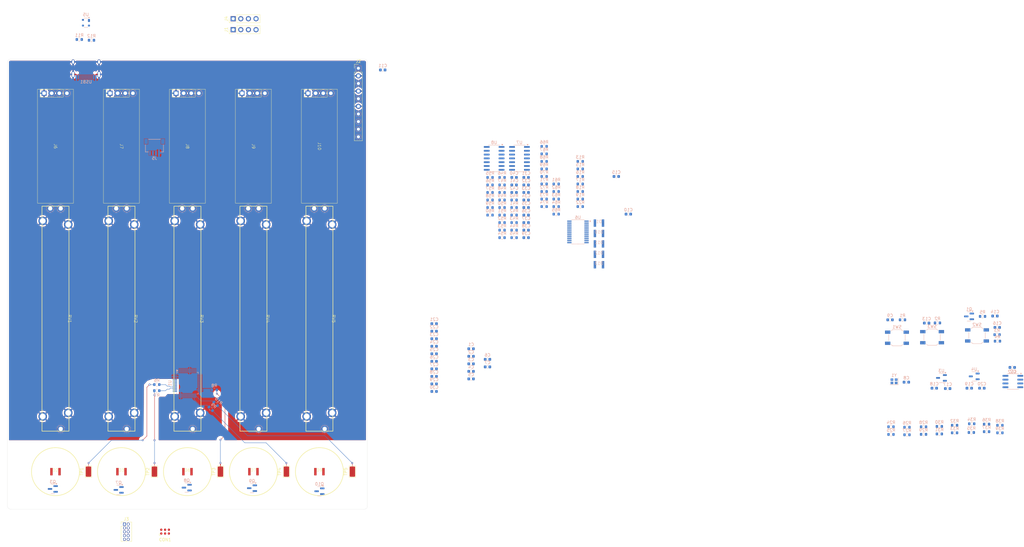
<source format=kicad_pcb>
(kicad_pcb (version 20241229) (generator "pcbnew") (generator_version "9.0")
  (layers (0 "F.Cu" signal) (4 "In1.Cu" signal) (6 "In2.Cu" signal) (2 "B.Cu" signal) (13 "F.Paste" user) (15 "B.Paste" user) (5 "F.SilkS" user "F.Silkscreen") (7 "B.SilkS" user "B.Silkscreen") (1 "F.Mask" user) (3 "B.Mask" user) (25 "Edge.Cuts" user))
  (net 0 "")
  (net 1 "+3V3")
  (net 2 "GND")
  (net 3 "Vana")
  (net 4 "PowerOnBP")
  (net 5 "Net-(U1-PB6)")
  (net 6 "DBG BP")
  (net 7 "/BOOT")
  (net 8 "Net-(Q1-G)")
  (net 9 "Net-(U1-PB14)")
  (net 10 "/RESET")
  (net 11 "VBUS")
  (net 12 "Net-(U7A-+)")
  (net 13 "Net-(U8B-+)")
  (net 14 "Net-(U8C-+)")
  (net 15 "Net-(U8D-+)")
  (net 16 "Net-(U7C-+)")
  (net 17 "/SWCLK")
  (net 19 "/SWDIO")
  (net 20 "Net-(D1-A)")
  (net 21 "Net-(D2-A)")
  (net 22 "Net-(D3-A)")
  (net 23 "Net-(D6-A)")
  (net 24 "Net-(D7-A)")
  (net 25 "Net-(D9-A)")
  (net 26 "DBG TX")
  (net 27 "DBG LED")
  (net 28 "DBG RX")
  (net 29 "DBG IO0")
  (net 30 "DBG IO1")
  (net 34 "/SCL")
  (net 35 "/SDA")
  (net 36 "D-")
  (net 37 "D+")
  (net 38 "/SC0")
  (net 39 "/SD0")
  (net 40 "/SC1")
  (net 41 "/SD1")
  (net 42 "/SC2")
  (net 43 "/SD2")
  (net 44 "/SC3")
  (net 45 "/SD3")
  (net 46 "/SC4")
  (net 47 "/SD4")
  (net 48 "Mute3Led")
  (net 49 "Net-(D10-A)")
  (net 50 "Mute1Led")
  (net 51 "Net-(D3-K)")
  (net 52 "Mute0Led")
  (net 53 "Net-(D11-A)")
  (net 54 "Net-(D12-A)")
  (net 55 "Mute2Led")
  (net 56 "Mute4Led")
  (net 57 "Net-(D13-A)")
  (net 58 "SLIDER 0 mute ")
  (net 59 "SLIDER 1 mute ")
  (net 60 "SLIDER 2 mute ")
  (net 61 "SLIDER 3 mute ")
  (net 62 "SLIDER 4 mute ")
  (net 63 "Net-(USB1-CC2)")
  (net 64 "Net-(USB1-CC1)")
  (net 65 "/LED ON")
  (net 66 "Net-(D4-A)")
  (net 67 "/LED CONNECTÉ")
  (net 68 "Net-(D5-A)")
  (net 69 "Net-(D8-A)")
  (net 70 "/LED FAIL")
  (net 71 "/SD5")
  (net 72 "/SC5")
  (net 73 "/SD6")
  (net 74 "/SC6")
  (net 75 "/SD7")
  (net 76 "/SC7")
  (net 77 "Net-(R40-Pad1)")
  (net 78 "Net-(R41-Pad1)")
  (net 79 "Net-(R42-Pad2)")
  (net 80 "Net-(R43-Pad1)")
  (net 81 "Net-(R44-Pad1)")
  (net 82 "Net-(R45-Pad2)")
  (net 83 "Net-(U8A-+)")
  (net 84 "Net-(R48-Pad1)")
  (net 85 "Net-(U7B-+)")
  (net 86 "Net-(R50-Pad1)")
  (net 87 "Net-(R52-Pad2)")
  (net 88 "Net-(U7D-+)")
  (net 89 "Net-(R55-Pad1)")
  (net 90 "Net-(R56-Pad1)")
  (net 91 "Net-(R57-Pad2)")
  (net 92 "Net-(R58-Pad1)")
  (net 93 "Net-(R59-Pad1)")
  (net 94 "Net-(R60-Pad2)")
  (net 95 "/OSC-OUT")
  (net 96 "Slider0")
  (net 97 "Vref digi")
  (net 98 "Slider2")
  (net 99 "Vref USB")
  (net 100 "Vref ana")
  (net 101 "Slider3")
  (net 102 "Slider4")
  (net 103 "Slider1")
  (net 106 "Net-(Q3-G)")
  (net 107 "Net-(D10-K)")
  (net 108 "Net-(Q7-G)")
  (net 109 "Net-(D11-K)")
  (net 110 "Net-(Q8-G)")
  (net 111 "Net-(D12-K)")
  (net 112 "Net-(Q9-G)")
  (net 113 "Net-(D13-K)")
  (net 114 "Net-(Q10-G)")
  (net 115 "Net-(R6-Pad1)")
  (net 116 "Net-(R7-Pad1)")
  (net 117 "Net-(R8-Pad1)")
  (net 118 "Net-(R9-Pad1)")
  (net 119 "Net-(R10-Pad1)")
  (footprint "Connector:Tag-Connect_TC2030-IDC-NL_2x03_P1.27mm_Vertical" (layer "F.Cu") (at 96.54 191)
    (property "Reference" "CON1")
    (property "Value" "TC2030-IDC")
  )
  (footprint "Connector_PinHeader_2.54mm:PinHeader_1x04_P2.54mm_Vertical" (layer "F.Cu") (at 119.2475 19.9875 90)
    (property "Reference" "J4")
    (property "Value" "Conn_01x04_Pin")
  )
  (footprint "TestPoint:TestPoint_Keystone_5015_Micro_Mini" (layer "F.Cu") (at 71 171 90)
    (property "Reference" "TP1")
    (property "Value" "TestPoint_Flag")
  )
  (footprint "A_Please:Screen 0.91 I2C" (layer "F.Cu") (at 104 44.83 -90)
    (property "Reference" "J8")
    (property "Value" "Conn_01x04_Pin")
  )
  (footprint "TestPoint:TestPoint_Keystone_5015_Micro_Mini" (layer "F.Cu") (at 137 171 90)
    (property "Reference" "TP4")
    (property "Value" "TestPoint_Flag")
  )
  (footprint "TestPoint:TestPoint_Keystone_5015_Micro_Mini" (layer "F.Cu") (at 159 171 90)
    (property "Reference" "TP5")
    (property "Value" "TestPoint_Flag")
  )
  (footprint "A_Please:Slider Bourns PTA6043-2015CPB103" (layer "F.Cu") (at 82 120 -90)
    (property "Reference" "RV2")
    (property "Value" "PTA6043-2015CPB103")
  )
  (footprint "A_Please:Slider Bourns PTA6043-2015CPB103" (layer "F.Cu") (at 148 120 -90)
    (property "Reference" "RV5")
    (property "Value" "PTA6043-2015CPB103")
  )
  (footprint "Connector_PinHeader_1.27mm:PinHeader_2x05_P1.27mm_Vertical" (layer "F.Cu") (at 83 188.5)
    (property "Reference" "J3")
    (property "Value" "Conn_01x10_Pin")
  )
  (footprint "A_Please:Screen 0.91 I2C" (layer "F.Cu") (at 148 44.83 -90)
    (property "Reference" "J10")
    (property "Value" "Conn_01x04_Pin")
  )
  (footprint "A_Please:Screen 0.91 I2C" (layer "F.Cu") (at 60 44.83 -90)
    (property "Reference" "J6")
    (property "Value" "Conn_01x04_Pin")
  )
  (footprint "TestPoint:TestPoint_Keystone_5015_Micro_Mini" (layer "F.Cu") (at 115 171 90)
    (property "Reference" "TP3")
    (property "Value" "TestPoint_Flag")
  )
  (footprint "A_Please:LED C516299" (layer "F.Cu") (at 126 171)
    (property "Reference" "D7")
    (property "Value" "LED")
  )
  (footprint "A_Please:Screen 0.91 I2C" (layer "F.Cu") (at 82 44.83 -90)
    (property "Reference" "J7")
    (property "Value" "Conn_01x04_Pin")
  )
  (footprint "A_Please:Slider Bourns PTA6043-2015CPB103" (layer "F.Cu") (at 104 120 -90)
    (property "Reference" "RV3")
    (property "Value" "PTA6043-2015CPB103")
  )
  (footprint "A_Please:Slider Bourns PTA6043-2015CPB103" (layer "F.Cu") (at 60 120 -90)
    (property "Reference" "RV1")
    (property "Value" "PTA6043-2015CPB103")
  )
  (footprint "A_Please:LED C516299" (layer "F.Cu") (at 148 171)
    (property "Reference" "D9")
    (property "Value" "LED")
  )
  (footprint "A_Please:LED C516299" (layer "F.Cu") (at 104 171)
    (property "Reference" "D6")
    (property "Value" "LED")
  )
  (footprint "TestPoint:TestPoint_Keystone_5015_Micro_Mini" (layer "F.Cu") (at 93 171 90)
    (property "Reference" "TP2")
    (property "Value" "TestPoint_Flag")
  )
  (footprint "A_Please:LED C516299" (layer "F.Cu") (at 60 171)
    (property "Reference" "D2")
    (property "Value" "LED")
  )
  (footprint "Connector_PinHeader_2.54mm:PinHeader_1x10_P2.54mm_Vertical" (layer "F.Cu") (at 161 36.5)
    (property "Reference" "J2")
    (property "Value" "Conn_01x10_Pin")
  )
  (footprint "A_Please:Screen 0.91 I2C" (layer "F.Cu") (at 126 44.83 -90)
    (property "Reference" "J9")
    (property "Value" "Conn_01x04_Pin")
  )
  (footprint "A_Please:Slider Bourns PTA6043-2015CPB103" (layer "F.Cu") (at 126 120 -90)
    (property "Reference" "RV4")
    (property "Value" "PTA6043-2015CPB103")
  )
  (footprint "A_Please:LED C516299" (layer "F.Cu") (at 82 171)
    (property "Reference" "D3")
    (property "Value" "LED")
  )
  (footprint "Connector_PinHeader_2.54mm:PinHeader_1x04_P2.54mm_Vertical" (layer "F.Cu") (at 119.2475 23.6375 90)
    (property "Reference" "J1")
    (property "Value" "Conn_01x04_Pin")
  )
  (footprint "Capacitor_SMD:C_0603_1608Metric" (layer "B.Cu") (at 204.046 136.069 180)
    (property "Reference" "C7")
    (property "Value" "1uF")
  )
  (footprint "Resistor_SMD:R_0603_1608Metric" (layer "B.Cu") (at 204.896904 80.435 180)
    (property "Reference" "R58")
    (property "Value" "2K")
  )
  (footprint "Capacitor_SMD:C_0603_1608Metric" (layer "B.Cu") (at 216.926904 92.985 180)
    (property "Reference" "C39")
    (property "Value" "100nF")
  )
  (footprint "Capacitor_SMD:C_0603_1608Metric" (layer "B.Cu") (at 212.916904 75.415 180)
    (property "Reference" "C41")
    (property "Value" "100nF")
  )
  (footprint "A_Please:LED C516299" (layer "B.Cu") (at 241.206904 91.595 180)
    (property "Reference" "D10")
    (property "Value" "LED")
  )
  (footprint "Capacitor_SMD:C_0603_1608Metric" (layer "B.Cu") (at 216.926904 75.415 180)
    (property "Reference" "C32")
    (property "Value" "680nF")
  )
  (footprint "Package_SO:SOIC-8_3.9x4.9mm_P1.27mm" (layer "B.Cu") (at 379.215 140.955 180)
    (property "Reference" "U2")
    (property "Value" "24LC64")
  )
  (footprint "Resistor_SMD:R_0603_1608Metric" (layer "B.Cu") (at 212.916904 82.945 180)
    (property "Reference" "R41")
    (property "Value" "20K")
  )
  (footprint "Capacitor_SMD:C_0603_1608Metric" (layer "B.Cu") (at 216.926904 80.435 180)
    (property "Reference" "C34")
    (property "Value" "100nF")
  )
  (footprint "Resistor_SMD:R_0603_1608Metric" (layer "B.Cu") (at 208.906904 80.435 180)
    (property "Reference" "R49")
    (property "Value" "10k")
  )
  (footprint "Resistor_SMD:R_0603_1608Metric" (layer "B.Cu") (at 204.896904 75.415 180)
    (property "Reference" "R56")
    (property "Value" "20K")
  )
  (footprint "Resistor_SMD:R_0603_1608Metric" (layer "B.Cu") (at 111.766363 150.047363 135)
    (property "Reference" "R9")
    (property "Value" "10k")
  )
  (footprint "Resistor_SMD:R_0603_1608Metric" (layer "B.Cu") (at 93.784 141.971)
    (property "Reference" "R6")
    (property "Value" "10k")
  )
  (footprint "Resistor_SMD:R_0603_1608Metric" (layer "B.Cu") (at 212.916904 87.965 180)
    (property "Reference" "R43")
    (property "Value" "2K")
  )
  (footprint "Resistor_SMD:R_0603_1608Metric" (layer "B.Cu") (at 204.896904 72.905 180)
    (property "Reference" "R55")
    (property "Value" "2K")
  )
  (footprint "A_Please:LED C516299" (layer "B.Cu") (at 241.206904 98.535 180)
    (property "Reference" "D12")
    (property "Value" "LED")
  )
  (footprint "Resistor_SMD:R_0603_1608Metric" (layer "B.Cu") (at 222.936904 67.565 180)
    (property "Reference" "R68")
    (property "Value" "100")
  )
  (footprint "Capacitor_SMD:C_0603_1608Metric" (layer "B.Cu") (at 186.253 131.707 180)
    (property "Reference" "C25")
    (property "Value" "100nF")
  )
  (footprint "A_Please:LED C516299" (layer "B.Cu") (at 241.206904 95.065 180)
    (property "Reference" "D11")
    (property "Value" "LED")
  )
  (footprint "Resistor_SMD:R_0603_1608Metric" (layer "B.Cu") (at 234.966904 70.075 180)
    (property "Reference" "R15")
    (property "Value" "100")
  )
  (footprint "Resistor_SMD:R_0603_1608Metric" (layer "B.Cu") (at 234.966904 72.585 180)
    (property "Reference" "R16")
    (property "Value" "1k2")
  )
  (footprint "Capacitor_SMD:C_0603_1608Metric" (layer "B.Cu") (at 368.8845 143.175 180)
    (property "Reference" "C20")
    (property "Value" "2,2uF")
  )
  (footprint "Capacitor_SMD:C_0603_1608Metric" (layer "B.Cu") (at 186.253 136.727 180)
    (property "Reference" "C27")
    (property "Value" "100nF")
  )
  (footprint "Capacitor_SMD:C_0603_1608Metric" (layer "B.Cu") (at 374.0075 122.921 180)
    (property "Reference" "C16")
    (property "Value" "470nF")
  )
  (footprint "Capacitor_SMD:C_0603_1608Metric" (layer "B.Cu") (at 204.046 133.559 180)
    (property "Reference" "C6")
    (property "Value" "10nF")
  )
  (footprint "Button_Switch_SMD:SW_SPST_SKQG_WithStem" (layer "B.Cu") (at 352.281 126.168 180)
    (property "Reference" "SW3")
    (property "Value" "SW_Push")
  )
  (footprint "A_random_part:JST-SR-4" (layer "B.Cu") (at 93 60)
    (property "Reference" "J5")
    (property "Value" "JST")
  )
  (footprint "Package_TO_SOT_SMD:SOT-23" (layer "B.Cu") (at 103.7685 176.327 180)
    (property "Reference" "Q8")
    (property "Value" "NMOS")
  )
  (footprint "Capacitor_SMD:C_0603_1608Metric" (layer "B.Cu") (at 212.916904 72.905 180)
    (property "Reference" "C40")
    (property "Value" "680nF")
  )
  (footprint "Resistor_SMD:R_0603_1608Metric" (layer "B.Cu") (at 208.906904 85.455 180)
    (property "Reference" "R51")
    (property "Value" "10k")
  )
  (footprint "Resistor_SMD:R_0603_1608Metric" (layer "B.Cu") (at 226.946904 85.135 180)
    (property "Reference" "R65")
    (property "Value" "100")
  )
  (footprint "Resistor_SMD:R_0603_1608Metric" (layer "B.Cu") (at 208.906904 82.945 180)
    (property "Reference" "R50")
    (property "Value" "20K")
  )
  (footprint "Resistor_SMD:R_0603_1608Metric" (layer "B.Cu") (at 365.373 157.95 180)
    (property "Reference" "R35")
    (property "Value" "4,7K")
  )
  (footprint "A_Please:LED C516299" (layer "B.Cu") (at 241.206904 102.005 180)
    (property "Reference" "D13")
    (property "Value" "LED")
  )
  (footprint "Resistor_SMD:R_0603_1608Metric" (layer "B.Cu") (at 343.911 156.195 180)
    (property "Reference" "R26")
    (property "Value" "4,7K")
  )
  (footprint "Resistor_SMD:R_0603_1608Metric" (layer "B.Cu") (at 370.453 157.673 180)
    (property "Reference" "R37")
    (property "Value" "4,7K")
  )
  (footprint "Capacitor_SMD:C_0603_1608Metric" (layer "B.Cu") (at 251.006904 85.135 180)
    (property "Reference" "C10")
    (property "Value" "47nF NP0")
  )
  (footprint "Capacitor_SMD:C_0603_1608Metric" (layer "B.Cu") (at 216.926904 87.965 180)
    (property "Reference" "C37")
    (property "Value" "100nF")
  )
  (footprint "Resistor_SMD:R_0603_1608Metric" (layer "B.Cu") (at 93.784 144.003)
    (property "Reference" "R7")
    (property "Value" "10k")
  )
  (footprint "Package_SO:TSSOP-24_4.4x7.8mm_P0.65mm" (layer "B.Cu") (at 234.201904 91.065 180)
    (property "Reference" "U6")
    (property "Value" "TCA9548APWR")
  )
  (footprint "Capacitor_SMD:C_0603_1608Metric" (layer "B.Cu") (at 379.013 136.256)
    (property "Reference" "C12")
    (property "Value" "100nF")
  )
  (footprint "Resistor_SMD:R_0603_1608Metric" (layer "B.Cu") (at 204.896904 85.455 180)
    (property "Reference" "R60")
    (property "Value" "2K")
  )
  (footprint "Resistor_SMD:R_0603_1608Metric" (layer "B.Cu") (at 359.785 155.544 180)
    (property "Reference" "R32")
    (property "Value" "4,7K")
  )
  (footprint "Resistor_SMD:R_0603_1608Metric" (layer "B.Cu") (at 204.896904 82.945 180)
    (property "Reference" "R59")
    (property "Value" "20K")
  )
  (footprint "Resistor_SMD:R_0603_1608Metric" (layer "B.Cu") (at 208.906904 87.965 180)
    (property "Reference" "R52")
    (property "Value" "2K")
  )
  (footprint "Resistor_SMD:R_0603_1608Metric" (layer "B.Cu") (at 222.936904 62.545 180)
    (property "Reference" "R66")
    (property "Value" "10K")
  )
  (footprint "Resistor_SMD:R_0603_1608Metric" (layer "B.Cu") (at 354.071 121.414 180)
    (property "Reference" "R2")
    (property "Value" "10k")
  )
  (footprint "Resistor_SMD:R_0603_1608Metric" (layer "B.Cu") (at 234.966904 77.605 180)
    (property "Reference" "R18")
    (property "Value" "4,7K")
  )
  (footprint "Resistor_SMD:R_0603_1608Metric" (layer "B.Cu") (at 222.936904 70.075 180)
    (property "Reference" "R69")
    (property "Value" "10K")
  )
  (footprint "Resistor_SMD:R_0603_1608Metric" (layer "B.Cu") (at 374.898 155.544 180)
    (property "Reference" "R38")
    (property "Value" "4,7K")
  )
  (footprint "Capacitor_SMD:C_0603_1608Metric" (layer "B.Cu") (at 186.253 129.197 180)
    (property "Reference" "C24")
    (property "Value" "100nF")
  )
  (footprint "Capacitor_SMD:C_0603_1608Metric" (layer "B.Cu") (at 198.572 132.543 180)
    (property "Reference" "C2")
    (property "Value" "100nF")
  )
  (footprint "Resistor_SMD:R_0603_1608Metric" (layer "B.Cu") (at 370.453 155.163 180)
    (property "Reference" "R36")
    (property "Value" "4,7K")
  )
  (footprint "Capacitor_SMD:C_0603_1608Metric" (layer "B.Cu") (at 357.473 143.302 180)
    (property "Reference" "C17")
    (property "Value" "2,2uF")
  )
  (footprint "Capacitor_SMD:C_0603_1608Metric" (layer "B.Cu") (at 343.707 141.166 180)
    (property "Reference" "C8")
    (property "Value" "47nF")
  )
  (footprint "Resistor_SMD:R_0603_1608Metric" (layer "B.Cu") (at 222.936904 82.625 180)
    (property "Reference" "R74")
    (property "Value" "100")
  )
  (footprint "Capacitor_SMD:C_0603_1608Metric" (layer "B.Cu") (at 198.572 140.073 180)
    (property "Reference" "C5")
    (property "Value" "100nF")
  )
  (footprint "Capacitor_SMD:C_0603_1608Metric" (layer "B.Cu") (at 198.572 135.053 180)
    (property "Reference" "C3")
    (property "Value" "100nF")
  )
  (footprint "Resistor_SMD:R_0603_1608Metric" (layer "B.Cu") (at 349.435 156.052 180)
    (property "Reference" "R28")
    (property "Value" "4,7K")
  )
  (footprint "Resistor_SMD:R_0603_1608Metric" (layer "B.Cu") (at 226.946904 80.115 180)
    (property "Reference" "R63")
    (property "Value" "10K")
  )
  (footprint "Resistor_SMD:R_0603_1608Metric" (layer "B.Cu") (at 338.577 156.036 180)
    (property "Reference" "R24")
    (property "Value" "4,7K")
  )
  (footprint "A_Please:LED C516299" (layer "B.Cu") (at 241.206904 88.125 180)
    (property "Reference" "D1")
    (property "Value" "LED")
  )
  (footprint "Capacitor_SMD:C_0603_1608Metric" (layer "B.Cu") (at 186.253 124.177 180)
    (property "Reference" "C22")
    (property "Value" "100nF")
  )
  (footprint "Capacitor_SMD:C_0603_1608Metric" (layer "B.Cu") (at 216.926904 82.945 180)
    (property "Reference" "C35")
    (property "Value" "100nF")
  )
  (footprint "Resistor_SMD:R_0603_1608Metric" (layer "B.Cu") (at 212.916904 85.455 180)
    (property "Reference" "R42")
    (property "Value" "2K")
  )
  (footprint "Capacitor_SMD:C_0603_1608Metric" (layer "B.Cu") (at 169.108 37.069 180)
    (property "Reference" "C11")
    (property "Value" "100nF")
  )
  (footprint "Resistor_SMD:R_0603_1608Metric" (layer "B.Cu") (at 338.577 158.592 180)
    (property "Reference" "R25")
    (property "Value" "4,7K")
  )
  (footprint "Package_TO_SOT_SMD:SOT-23" (layer "B.Cu") (at 59.113 176.769 180)
    (property "Reference" "Q3")
    (property "Value" "NMOS")
  )
  (footprint "Package_TO_SOT_SMD:SOT-23" (layer "B.Cu") (at 81.0625 177.084 180)
    (property "Reference" "Q7")
    (property "Value" "NMOS")
  )
  (footprint "Resistor_SMD:R_0603_1608Metric" (layer "B.Cu") (at 67.939 26.909 180)
    (property "Reference" "R11")
    (property "Value" "5,1k")
  )
  (footprint "A_USB_C:HRO-TYPE-C-31-M-12" (layer "B.Cu") (at 70.19375 31.7775)
    (property "Reference" "USB1")
    (property "Value" "HRO-TYPE-C-31-M-12")
  )
  (footprint "Package_TO_SOT_SMD:SOT-23" (layer "B.Cu") (at 148.013 177.531 180)
    (property "Reference" "Q10")
    (property "Value" "NMOS")
  )
  (footprint "Button_Switch_SMD:SW_SPST_SKQG_WithStem" (layer "B.Cu") (at 367.2635 125.588 180)
    (property "Reference" "SW2")
    (property "Value" "SW_Push")
  )
  (footprint "Capacitor_SMD:C_0603_1608Metric" (layer "B.Cu") (at 350.464 121.462 180)
    (property "Reference" "C13")
    (property "Value" "100nF")
  )
  (footprint "Resistor_SMD:R_0603_1608Metric" (layer "B.Cu") (at 226.946904 75.095 180)
    (property "Reference" "R61")
    (property "Value" "100")
  )
  (footprint "Package_TO_SOT_SMD:SOT-23-3" (layer "B.Cu") (at 355.4095 139.746 180)
    (property "Reference" "U3")
    (property "Value" "XC6206PxxxMR")
  )
  (footprint "Capacitor_SMD:C_0603_1608Metric" (layer "B.Cu") (at 364.6805 143.175 180)
    (property "Reference" "C19")
    (property "Value" "2,2uF")
  )
  (footprint "Package_SO:SOIC-14_3.9x8.7mm_P1.27mm" (layer "B.Cu") (at 214.706904 66.55 180)
    (property "Reference" "U7")
    (property "Value" "TL084")
  )
  (footprint "Package_TO_SOT_SMD:SOT-143" (layer "B.Cu") (at 70.162 21.321 180)
    (property "Reference" "U5")
    (property "Value" "PRTR5V0U2X")
  )
  (footprint "Package_TO_SOT_SMD:SOT-23" (layer "B.Cu") (at 125.534 176.515 180)
    (property "Reference" "Q9")
    (property "Value" "NMOS")
  )
  (footprint "Capacitor_SMD:C_0603_1608Metric" (layer "B.Cu") (at 338.272 120.381 180)
    (property "Reference" "C9")
    (property "Value" "100nF")
  )
  (footprint "Resistor_SMD:R_0603_1608Metric" (layer "B.Cu") (at 208.906904 90.475 180)
    (property "Reference" "R53")
    (property "Value" "10k")
  )
  (footprint "Package_QFP:LQFP-48_7x7mm_P0.5mm" (layer "B.Cu") (at 104 141.5 -90)
    (property "Reference" "U1")
    (property "Value" "STM32F302C8Tx")
  )
  (footprint "Resistor_SMD:R_0603_1608Metric" (layer "B.Cu") (at 222.936904 65.055 180)
    (property "Reference" "R67")
    (property "Value" "100")
  )
  (footprint "Resistor_SMD:R_0603_1608Metric" (layer "B.Cu") (at 212.916904 92.985 180)
    (property "Reference" "R45")
    (property "Value" "2K")
  )
  (footprint "Resistor_SMD:R_0603_1608Metric" (layer "B.Cu") (at 208.906904 72.905 180)
    (property "Reference" "R46")
    (property "Value" "10k")
  )
  (footprint "Resistor_SMD:R_0603_1608Metric" (layer "B.Cu") (at 113.417363 148.396363 135)
    (property "Reference" "R10")
    (property "Value" "10k")
  )
  (footprint "Package_TO_SOT_SMD:SOT-23-3" (layer "B.Cu") (at 366.3315 139.238 180)
    (property "Reference" "U4")
    (property "Value" "XC6206PxxxMR")
  )
  (footprint "Resistor_SMD:R_0603_1608Metric" (layer "B.Cu") (at 208.906904 75.415 180)
    (property "Reference" "R47")
    (property "Value" "10k")
  )
  (footprint "Capacitor_SMD:C_0603_1608Metric" (layer "B.Cu") (at 216.926904 90.475 180)
    (property "Reference" "C38")
    (property "Value" "680nF")
  )
  (footprint "Package_SO:SOIC-14_3.9x8.7mm_P1.27mm" (layer "B.Cu") (at 206.256904 66.55 180)
    (property "Reference" "U8")
    (property "Value" "TL084")
  )
  (footprint "Crystal:Crystal_SMD_2016-4Pin_2.0x1.6mm" (layer "B.Cu") (at 339.594 140.87 180)
    (property "Reference" "Y1")
    (property "Value" "8MHz")
  )
  (footprint "Capacitor_SMD:C_0603_1608Metric" (layer "B.Cu") (at 186.253 134.217 180)
    (property "Reference" "C26")
    (property "Value" "100nF")
  )
  (footprint "Capacitor_SMD:C_0603_1608Metric" (layer "B.Cu") (at 186.253 144.257 180)
    (property "Reference" "C30")
    (property "Value" "100nF")
  )
  (footprint "Resistor_SMD:R_0603_1608Metric" (layer "B.Cu") (at 349.435 158.562 180)
    (property "Reference" "R29")
    (property "Value" "4,7K")
  )
  (footprint "Package_TO_SOT_SMD:SOT-23" (layer "B.Cu") (at 364.5965 119.238 180)
    (property "Reference" "Q1")
    (property "Value" "NMOS")
  )
  (footprint "Resistor_SMD:R_0603_1608Metric" (layer "B.Cu") (at 212.916904 90.475 180)
    (property "Reference" "R44")
    (property "Value" "20K")
  )
  (footprint "Resistor_SMD:R_0603_1608Metric" (layer "B.Cu") (at 343.911 158.705 180)
    (property "Reference" "R27")
    (property "Value" "4,7K")
  )
  (footprint "Capacitor_SMD:C_0603_1608Metric" (layer "B.Cu") (at 216.926904 72.905 180)
    (property "Reference" "C31")
    (property "Value" "100nF")
  )
  (footprint "Capacitor_SMD:C_0603_1608Metric" (layer "B.Cu") (at 246.996904 72.585 180)
    (property "Reference" "C15")
    (property "Value" "47nF NP0")
  )
  (footprint "Resistor_SMD:R_0603_1608Metric" (layer "B.Cu") (at 365.5 155.036 180)
    (property "Reference" "R34")
    (property "Value" "4,7K")
  )
  (footprint "Capacitor_SMD:C_0603_1608Metric" (layer "B.Cu") (at 186.253 126.687 180)
    (property "Reference" "C23")
    (property "Value" "100nF")
  )
  (footprint "Resistor_SMD:R_0603_1608Metric" (layer "B.Cu") (at 373.9575 125.334 180)
    (property "Reference" "R3")
    (property "Value" "10K")
  )
  (footprint "Capacitor_SMD:C_0603_1608Metric" (layer "B.Cu") (at 198.572 137.563 180)
    (property "Reference" "C4")
    (property "Value" "100nF")
  )
  (footprint "Resistor_SMD:R_0603_1608Metric" (layer "B.Cu") (at 369.1045 119.238 180)
    (property "Reference" "R5")
    (property "Value" "100k")
  )
  (footprint "Resistor_SMD:R_0603_1608Metric" (layer "B.Cu") (at 226.946904 82.625 180)
    (property "Reference" "R64")
    (property "Value" "100")
  )
  (footprint "Resistor_SMD:R_0603_1608Metric" (layer "B.Cu") (at 222.936904 77.605 180)
    (property "Reference" "R72")
    (property "Value" "10K")
  )
  (footprint "Resistor_SMD:R_0603_1608Metric" (layer "B.Cu") (at 234.966904 75.095 180)
    (property "Reference" "R17")
    (property "Value" "4,7K")
  )
  (footprint "Capacitor_SMD:C_0603_1608Metric" (layer "B.Cu") (at 353.015 143.175 180)
    (property "Reference" "C18")
    (property "Value" "2,2uF")
  )
  (footprint "Resistor_SMD:R_0603_1608Metric" (layer "B.Cu") (at 354.705 155.925 180)
    (property "Reference" "R30")
    (property "Value" "4,7K")
  )
  (footprint "Resistor_SMD:R_0603_1608Metric" (layer "B.Cu") (at 222.936904 75.095 180)
    (property "Reference" "R71")
    (property "Value" "100")
  )
  (footprint "Capacitor_SMD:C_0603_1608Metric" (layer "B.Cu") (at 186.253 141.747 180)
    (property "Reference" "C29")
    (property "Value" "100nF")
  )
  (footprint "Resistor_SMD:R_0603_1608Metric" (layer "B.Cu") (at 212.916904 80.435 180)
    (property "Reference" "R40")
    (property "Value" "2K")
  )
  (footprint "Resistor_SMD:R_0603_1608Metric" (layer "B.Cu") (at 222.936904 72.585 180)
    (property "Reference" "R70")
    (property "Value" "100")
  )
  (footprint "Resistor_SMD:R_0603_1608Metric" (layer "B.Cu") (at 354.705 158.435 180)
    (property "Reference" "R31")
    (property "Value" "4,7K")
  )
  (footprint "Resistor_SMD:R_0603_1608Metric" (layer "B.Cu") (at 208.906904 92.985 180)
    (property "Reference" "R54")
    (property "Value" "10k")
  )
  (footprint "Capacitor_SMD:C_0603_1608Metric" (layer "B.Cu") (at 216.926904 85.455 180)
    (property "Reference" "C36")
    (property "Value" "680nF")
  )
  (footprint "Button_Switch_SMD:SW_SPST_SKQG_WithStem" (layer "B.Cu") (at 340.571 126.35 180)
    (property "Reference" "SW1")
    (property "Value" "SW_Push")
  )
  (footprint "Resistor_SMD:R_0603_1608Metric" (layer "B.Cu") (at 342.413 120.381 180)
    (property "Reference" "R1")
    (property "Value" "10k")
  )
  (footprint "Resistor_SMD:R_0603_1608Metric" (layer "B.Cu") (at 234.966904 82.625 180)
    (property "Reference" "R22")
    (property "Value" "1k2")
  )
  (footprint "Resistor_SMD:R_0603_1608Metric" (layer "B.Cu") (at 374.898 158.054 180)
    (property "Reference" "R39")
    (property "Value" "4,7K")
  )
  (footprint "Resistor_SMD:R_0603_1608Metric" (layer "B.Cu") (at 359.785 158.054 180)
    (property "Reference" "R33")
    (property "Value" "4,7K")
  )
  (footprint "Resistor_SMD:R_0603_1608Metric" (layer "B.Cu") (at 226.946904 77.605 180)
    (property "Reference" "R62")
    (property "Value" "10K")
  )
  (footprint "Resistor_SMD:R_0603_1608Metric" (layer "B.Cu") (at 72.003 27.163 180)
    (property "Reference" "R12")
    (property "Value" "5,1k")
  )
  (footprint "Capacitor_SMD:C_0603_1608Metric" (layer "B.Cu") (at 212.916904 77.925 180)
    (property "Reference" "C42")
    (property "Value" "680nF")
  )
  (footprint "Capacitor_SMD:C_0603_1608Metric" (layer "B.Cu") (at 186.253 121.667 180)
    (property "Reference" "C21")
    (property "Value" "100nF")
  )
  (footprint "Resistor_SMD:R_0603_1608Metric" (layer "B.Cu") (at 204.896904 77.925 180)
    (property "Reference" "R57")
    (property "Value" "2K")
  )
  (footprint "Capacitor_SMD:C_0603_1608Metric" (layer "B.Cu") (at 186.253 139.237 180)
    (property "Reference" "C28")
    (property "Value" "100nF")
  )
  (footprint "Resistor_SMD:R_0603_1608Metric" (layer "B.Cu") (at 234.966904 80.115 180)
    (property "Reference" "R19")
    (property "Value" "1k2")
  )
  (footprint "Capacitor_SMD:C_0603_1608Metric" (layer "B.Cu") (at 216.926904 77.925 180)
    (property "Reference" "C33")
    (property "Value" "100nF")
  )
  (footprint "Resistor_SMD:R_0603_1608Metric" (layer "B.Cu") (at 234.966904 67.565 180)
    (property "Reference" "R13")
    (property "Value" "1k2")
  )
  (footprint "Resistor_SMD:R_0603_1608Metric" (layer "B.Cu") (at 222.936904 80.115 180)
    (property "Reference" "R73")
    (property "Value" "100")
  )
  (footprint "Resistor_SMD:R_0603_1608Metric" (layer "B.Cu") (at 208.906904 77.925 180)
    (property "Reference" "R48")
    (property "Value" "2K")
  )
  (footprint "Capacitor_SMD:C_0603_1608Metric" (layer "B.Cu") (at 373.2455 119.111 180)
    (property "Reference" "C14")
    (property "Value" "4,7uF")
  )
  (footprint "Capacitor_SMD:C_0603_1608Metric" (layer "B.Cu") (at 198.572 130.033 180)
    (property "Reference" "C1")
    (property "Value" "4.7uF")
  )
  (footprint "Resistor_SMD:R_0603_1608Metric" (layer "B.Cu") (at 112.961 143.749 180)
    (property "Reference" "R8")
    (property "Value" "10k")
  )
  (footprint "Resistor_SMD:R_0603_1608Metric" (layer "B.Cu") (at 374.0835 127.493 180)
    (property "Reference" "R4")
    (property "Value" "10K")
  )
  (gr_circle (center 60 171) (end 68 171) (stroke (width 0.2)) (fill no) (layer "F.SilkS"))
  (gr_circle (center 126 171) (end 134 171) (stroke (width 0.2)) (fill no) (layer "F.SilkS"))
  (gr_circle (center 104 171) (end 112 171) (stroke (width 0.2)) (fill no) (layer "F.SilkS"))
  (gr_circle (center 148 171) (end 156 171) (stroke (width 0.2)) (fill no) (layer "F.SilkS"))
  (gr_circle (center 82 171) (end 90 171) (stroke (width 0.2)) (fill no) (layer "F.SilkS"))
  (gr_line (start 45 33.500001) (end 163 33.5) (stroke (width 0.05)) (layer "Edge.Cuts"))
  (gr_arc (start 44.000001 34.500001) (mid 44.292894 33.792894) (end 45.000001 33.500001) (stroke (width 0.05)) (layer "Edge.Cuts"))
  (gr_line (start 44.000001 182.499999) (end 44.000002 34.500001) (stroke (width 0.05)) (layer "Edge.Cuts"))
  (gr_arc (start 162.999999 33.500001) (mid 163.707106 33.792894) (end 163.999999 34.500001) (stroke (width 0.05)) (layer "Edge.Cuts"))
  (gr_arc (start 45.000001 183.499999) (mid 44.292894 183.207106) (end 44.000001 182.499999) (stroke (width 0.05)) (layer "Edge.Cuts"))
  (gr_line (start 162.999999 183.499998) (end 45 183.5) (stroke (width 0.05)) (layer "Edge.Cuts"))
  (gr_line (start 163.999998 34.500001) (end 164 182.5) (stroke (width 0.05)) (layer "Edge.Cuts"))
  (gr_arc (start 163.999999 182.499999) (mid 163.707106 183.207106) (end 162.999999 183.499999) (stroke (width 0.05)) (layer "Edge.Cuts"))
  (segment (start 94.609 141.971) (end 96.705 141.971) (width 0.127) (layer "B.Cu") (net 58))
  (segment (start 97.969 142.479) (end 98.24 142.75) (width 0.127) (layer "B.Cu") (net 58))
  (segment (start 96.705 141.971) (end 97.213 142.479) (width 0.127) (layer "B.Cu") (net 58))
  (segment (start 97.213 142.479) (end 97.969 142.479) (width 0.127) (layer "B.Cu") (net 58))
  (segment (start 98.24 142.75) (end 99.8375 142.75) (width 0.127) (layer "B.Cu") (net 58))
  (segment (start 96.705 144.003) (end 97.213 143.495) (width 0.127) (layer "B.Cu") (net 59))
  (segment (start 94.609 144.003) (end 96.705 144.003) (width 0.127) (layer "B.Cu") (net 59))
  (segment (start 97.985 143.495) (end 98.23 143.25) (width 0.127) (layer "B.Cu") (net 59))
  (segment (start 98.23 143.25) (end 99.8375 143.25) (width 0.127) (layer "B.Cu") (net 59))
  (segment (start 97.213 143.495) (end 97.985 143.495) (width 0.127) (layer "B.Cu") (net 59))
  (segment (start 111.637 143.25) (end 108.1625 143.25) (width 0.127) (layer "B.Cu") (net 60))
  (segment (start 112.136 143.749) (end 111.637 143.25) (width 0.127) (layer "B.Cu") (net 60))
  (segment (start 108.135 148.829) (end 106.25 146.944) (width 0.127) (layer "B.Cu") (net 61))
  (segment (start 110.548 148.829) (end 108.135 148.829) (width 0.127) (layer "B.Cu") (net 61))
  (segment (start 111.183 149.464) (end 110.548 148.829) (width 0.127) (layer "B.Cu") (net 61))
  (segment (start 106.25 146.944) (end 106.25 145.6625) (width 0.127) (layer "B.Cu") (net 61))
  (segment (start 108.5195 147.432) (end 106.75 145.6625) (width 0.127) (layer "B.Cu") (net 62))
  (segment (start 112.834 147.813) (end 112.453 147.432) (width 0.127) (layer "B.Cu") (net 62))
  (segment (start 112.453 147.432) (end 108.5195 147.432) (width 0.127) (layer "B.Cu") (net 62))
  (segment (start 89.085 160.513) (end 90.482 159.116) (width 0.127) (layer "F.Cu") (net 115))
  (segment (start 71 171) (end 71 168.184) (width 0.127) (layer "F.Cu") (net 115))
  (segment (start 71 168.184) (end 71.051 168.133) (width 0.127) (layer "F.Cu") (net 115))
  (segment (start 90.482 142.86) (end 91.371 141.971) (width 0.127) (layer "F.Cu") (net 115))
  (segment (start 90.482 159.116) (end 90.482 142.86) (width 0.127) (layer "F.Cu") (net 115))
  (via (at 71.051 168.133) (size 0.6) (drill 0.3) (layers "F.Cu" "B.Cu") (net 115))
  (via (at 89.085 160.513) (size 0.6) (drill 0.3) (layers "F.Cu" "B.Cu") (net 115))
  (via (at 91.371 141.971) (size 0.6) (drill 0.3) (layers "F.Cu" "B.Cu") (net 115))
  (segment (start 91.371 141.971) (end 92.959 141.971) (width 0.127) (layer "B.Cu") (net 115))
  (segment (start 78.671 160.513) (end 71.051 168.133) (width 0.127) (layer "B.Cu") (net 115))
  (segment (start 89.085 160.513) (end 78.671 160.513) (width 0.127) (layer "B.Cu") (net 115))
  (segment (start 93 171) (end 93 168.155) (width 0.127) (layer "F.Cu") (net 116))
  (segment (start 93.022 145.463) (end 93.022 160.513) (width 0.127) (layer "F.Cu") (net 116))
  (segment (start 93 168.155) (end 93.022 168.133) (width 0.127) (layer "F.Cu") (net 116))
  (via (at 93.022 168.133) (size 0.6) (drill 0.3) (layers "F.Cu" "B.Cu") (net 116))
  (via (at 93.022 160.513) (size 0.6) (drill 0.3) (layers "F.Cu" "B.Cu") (net 116))
  (via (at 93.022 145.463) (size 0.6) (drill 0.3) (layers "F.Cu" "B.Cu") (net 116))
  (segment (start 93.022 168.133) (end 93.022 160.513) (width 0.127) (layer "B.Cu") (net 116))
  (segment (start 93.022 143.828) (end 92.959 143.828) (width 0.254) (layer "B.Cu") (net 116))
  (segment (start 93.022 145.463) (end 92.959 145.4) (width 0.127) (layer "B.Cu") (net 116))
  (segment (start 93.022 144.066) (end 92.959 144.003) (width 0.254) (layer "B.Cu") (net 116))
  (segment (start 92.959 145.4) (end 92.959 144.003) (width 0.127) (layer "B.Cu") (net 116))
  (segment (start 116.517 158.862) (end 116.517 147.686) (width 0.127) (layer "F.Cu") (net 117))
  (segment (start 115 171) (end 115 168.14) (width 0.254) (layer "F.Cu") (net 117))
  (segment (start 115 168.14) (end 114.993 168.133) (width 0.254) (layer "F.Cu") (net 117))
  (segment (start 114.993 160.386) (end 116.517 158.862) (width 0.127) (layer "F.Cu") (net 117))
  (segment (start 116.517 147.686) (end 113.85 145.019) (width 0.127) (layer "F.Cu") (net 117))
  (via (at 113.85 145.019) (size 0.6) (drill 0.3) (layers "F.Cu" "B.Cu") (net 117))
  (via (at 114.993 160.386) (size 0.6) (drill 0.3) (layers "F.Cu" "B.Cu") (net 117))
  (via (at 114.993 168.133) (size 0.6) (drill 0.3) (layers "F.Cu" "B.Cu") (net 117))
  (segment (start 113.786 144.955) (end 113.85 145.019) (width 0.127) (layer "B.Cu") (net 117))
  (segment (start 113.786 143.749) (end 113.786 144.955) (width 0.127) (layer "B.Cu") (net 117))
  (segment (start 113.85 143.813) (end 113.786 143.749) (width 0.254) (layer "B.Cu") (net 117))
  (segment (start 114.993 168.133) (end 114.993 160.386) (width 0.127) (layer "B.Cu") (net 117))
  (segment (start 137 171) (end 137 168.169) (width 0.127) (layer "F.Cu") (net 118))
  (segment (start 137 168.169) (end 136.964 168.133) (width 0.127) (layer "F.Cu") (net 118))
  (via (at 136.964 168.133) (size 0.6) (drill 0.3) (layers "F.Cu" "B.Cu") (net 118))
  (segment (start 130.233 161.402) (end 123.121 161.402) (width 0.127) (layer "B.Cu") (net 118))
  (segment (start 123.121 161.402) (end 112.349726 150.630726) (width 0.127) (layer "B.Cu") (net 118))
  (segment (start 136.964 168.133) (end 130.233 161.402) (width 0.127) (layer "B.Cu") (net 118))
  (segment (start 159 171) (end 159 168.198) (width 0.127) (layer "F.Cu") (net 119))
  (segment (start 159 168.198) (end 158.935 168.133) (width 0.127) (layer "F.Cu") (net 119))
  (via (at 158.935 168.133) (size 0.6) (drill 0.3) (layers "F.Cu" "B.Cu") (net 119))
  (segment (start 124.0355 159.0145) (end 114.000726 148.979726) (width 0.127) (layer "B.Cu") (net 119))
  (segment (start 149.8165 159.0145) (end 124.0355 159.0145) (width 0.127) (layer "B.Cu") (net 119))
  (segment (start 158.935 168.133) (end 149.8165 159.0145) (width 0.127) (layer "B.Cu") (net 119))
  (zone (net 0) (net_name "") (layers "F.Cu" "B.Cu" "In1.Cu" "In2.Cu") (connect_pads (clearance 0)) (min_thickness 0.25)
    (keepout (tracks allowed) (vias allowed) (pads allowed) (copperpour not_allowed) (footprints allowed))
    (fill (thermal_gap 0.5) (thermal_bridge_width 0.5))
    (polygon (pts (xy 89.212 160.513) (xy 88.831 159.243) (xy 89.339 158.735) (xy 89.466 141.971) (xy 90.609 140.701) (xy 92.387 140.066) (xy 101.15 140.066) (xy 101.15 145.146) (xy 97.34 145.146) (xy 96.578 146.035) (xy 94.8 146.035) (xy 94.419 146.416) (xy 94.419 160.513)))
  )
  (zone (net 2) (net_name "GND") (layers "F.Cu" "B.Cu" "In1.Cu" "In2.Cu") (connect_pads (clearance 0.1)) (min_thickness 0.25) (fill yes (thermal_gap 0.5) (thermal_bridge_width 0.5))
    (polygon (pts (xy 41.5 31) (xy 166.5 31) (xy 168.990481 160.505) (xy 41.5 160.505)))
  )
)
</source>
